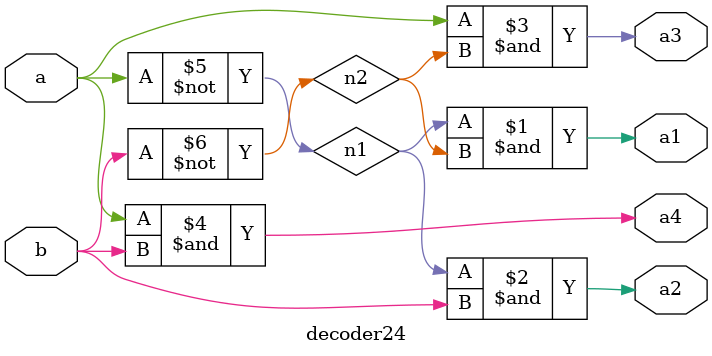
<source format=v>

module decoder24 ( a,b,a1,a2,a3,a4
   
);

 input a,b;
output a1,a2,a3,a4;

wire n1,n2;

not N0(n1,a);
not N1(n2,b);

and A0(a1,n1,n2);

and A1( a2,n1,b);

and A2( a3,a,n2);

and A3(a4,a,b);


    
endmodule
</source>
